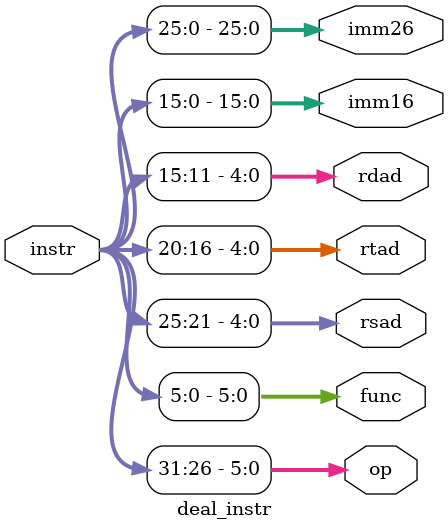
<source format=v>
module deal_instr (
    input [31:0] instr,
    output [5:0] op,
    output [5:0] func,
    output [4:0] rsad,
    output [4:0] rtad,
    output [4:0] rdad,
    output [15:0] imm16 ,
    output [25:0] imm26
);
    assign op = instr[31:26] ;
    assign rsad = instr[25:21] ;
    assign rtad = instr[20:16] ;
    assign rdad = instr[15:11] ;
    assign func = instr[5:0] ;
    assign imm16 =  instr[15:0] ;
    assign imm26 = instr[25:0] ;
endmodule 
</source>
